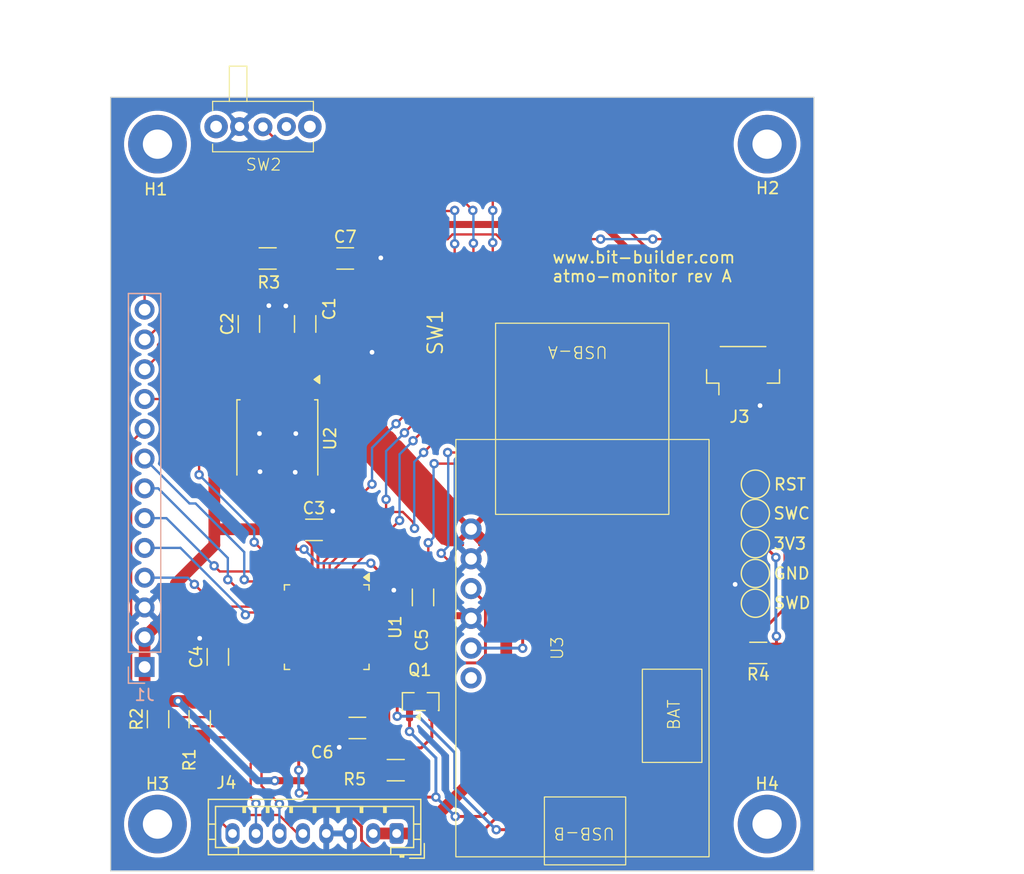
<source format=kicad_pcb>
(kicad_pcb (version 20241229) (generator "pcbnew") (generator_version "9.0")
  (title_block (title "py32_dev") (rev "B") (company "bit-builder.com"))
  (layers (0 "F.Cu" signal) (2 "B.Cu" signal) (13 "F.Paste" user) (15 "B.Paste" user) (5 "F.SilkS" user "F.Silkscreen") (7 "B.SilkS" user "B.Silkscreen") (1 "F.Mask" user) (3 "B.Mask" user) (25 "Edge.Cuts" user))
  (net 0 "")
  (net 1 "+3.3V")
  (net 2 "SDCS")
  (net 3 "MOSI")
  (net 4 "BUSY")
  (net 5 "ENA")
  (net 6 "MISO")
  (net 7 "D{slash}C")
  (net 8 "+5V")
  (net 9 "RST")
  (net 10 "SCK")
  (net 11 "ECS")
  (net 12 "SRCS")
  (net 13 "SDA")
  (net 14 "SCL")
  (net 15 "+BATT")
  (net 16 "LBO")
  (net 17 "ENABLE")
  (net 27 "SWCLK")
  (net 28 "SWDIO")
  (net 30 "NRST")
  (net 31 "GND")
  (net 33 "PM-SET")
  (net 34 "PM-RESET")
  (net 35 "PM-RX")
  (net 36 "PM-TX")
  (net 44 "MCU-LBO")
  (footprint "Resistor_SMD:R_1206_3216Metric_Pad1.30x1.75mm_HandSolder" (layer "F.Cu") (at 152.25 134.4 180)
    (property "Reference" "R4")
    (property "Value" "10K")
  )
  (footprint "Connector_JST:JST_SH_BM04B-SRSS-TB_1x04-1MP_P1.00mm_Vertical" (layer "F.Cu") (at 150.95 110.275)
    (property "Reference" "J3")
    (property "Value" "Qwiic")
  )
  (footprint "Package_TO_SOT_SMD:SOT-23" (layer "F.Cu") (at 123.45 138.55 90)
    (property "Reference" "Q1")
    (property "Value" "IRLML0100TRPbF")
  )
  (footprint "Resistor_SMD:R_1206_3216Metric_Pad1.30x1.75mm_HandSolder" (layer "F.Cu") (at 121.325 144.4)
    (property "Reference" "R5")
    (property "Value" "10K")
  )
  (footprint "Capacitor_SMD:C_1206_3216Metric_Pad1.33x1.80mm_HandSolder" (layer "F.Cu") (at 118.05 140.8 180)
    (property "Reference" "C6")
    (property "Value" "1uF")
  )
  (footprint "Capacitor_SMD:C_1206_3216Metric_Pad1.33x1.80mm_HandSolder" (layer "F.Cu") (at 123.65 129.6625 -90)
    (property "Reference" "C5")
    (property "Value" "1uF")
  )
  (footprint "Capacitor_SMD:C_1206_3216Metric_Pad1.33x1.80mm_HandSolder" (layer "F.Cu") (at 114.35 123.9)
    (property "Reference" "C3")
    (property "Value" "1uF")
  )
  (footprint "MountingHole:MountingHole_2.5mm_Pad" (layer "F.Cu") (at 153 149)
    (property "Reference" "H4")
    (property "Value" "MountingHole")
  )
  (footprint "TestPoint:TestPoint_Pad_D2.0mm" (layer "F.Cu") (at 152 130.16)
    (property "Reference" "TP3" (hide yes))
    (property "Value" "SWD")
  )
  (footprint "custom_footprint:OnShine KPT-1187B" (layer "F.Cu") (at 121.239836 107.069908 90)
    (property "Reference" "SW1")
    (property "Value" "Reset")
  )
  (footprint "Resistor_SMD:R_1206_3216Metric_Pad1.30x1.75mm_HandSolder" (layer "F.Cu") (at 110.4 100.75)
    (property "Reference" "R3")
    (property "Value" "10K")
  )
  (footprint "TestPoint:TestPoint_Pad_D2.0mm" (layer "F.Cu") (at 152 127.62)
    (property "Reference" "TP2" (hide yes))
    (property "Value" "GND")
  )
  (footprint "Capacitor_SMD:C_1206_3216Metric_Pad1.33x1.80mm_HandSolder" (layer "F.Cu") (at 113.5975 106.3375 90)
    (property "Reference" "C1")
    (property "Value" "2.2uF")
  )
  (footprint "custom_footprint:Adafruit Powerboost 500+" (layer "F.Cu") (at 148.05 151.79 90)
    (property "Reference" "U3")
    (property "Value" "Power")
  )
  (footprint "TestPoint:TestPoint_Pad_D2.0mm" (layer "F.Cu") (at 152 120)
    (property "Reference" "TP5" (hide yes))
    (property "Value" "RST")
  )
  (footprint "Resistor_SMD:R_1206_3216Metric_Pad1.30x1.75mm_HandSolder" (layer "F.Cu") (at 101.05 140.05 90)
    (property "Reference" "R2")
    (property "Value" "10K")
  )
  (footprint "MountingHole:MountingHole_2.5mm_Pad" (layer "F.Cu") (at 101 91)
    (property "Reference" "H1")
    (property "Value" "MountingHole")
  )
  (footprint "Capacitor_SMD:C_1206_3216Metric_Pad1.33x1.80mm_HandSolder" (layer "F.Cu") (at 117.0125 100.75)
    (property "Reference" "C7")
    (property "Value" "1uF")
  )
  (footprint "custom_footprint:TE-1825232-1" (layer "F.Cu") (at 110 89.5 180)
    (property "Reference" "SW2")
    (property "Value" "1825232-1")
  )
  (footprint "Package_QFP:LQFP-48_7x7mm_P0.5mm" (layer "F.Cu") (at 115.4375 132.2 -90)
    (property "Reference" "U1")
    (property "Value" "STM32F103CBT6")
  )
  (footprint "MountingHole:MountingHole_2.5mm_Pad" (layer "F.Cu") (at 153 91)
    (property "Reference" "H2")
    (property "Value" "MountingHole")
  )
  (footprint "Connector_JST:JST_PH_B8B-PH-K_1x08_P2.00mm_Vertical" (layer "F.Cu") (at 121.4 149.8 180)
    (property "Reference" "J4")
    (property "Value" "PM Sensor")
  )
  (footprint "Package_TO_SOT_SMD:TO-252-2" (layer "F.Cu") (at 111.225 116.115 -90)
    (property "Reference" "U2")
    (property "Value" "LP2950-3.3_TO252")
  )
  (footprint "Capacitor_SMD:C_1206_3216Metric_Pad1.33x1.80mm_HandSolder" (layer "F.Cu") (at 106.15 134.7375 90)
    (property "Reference" "C4")
    (property "Value" "1uF")
  )
  (footprint "MountingHole:MountingHole_2.5mm_Pad" (layer "F.Cu") (at 101 149)
    (property "Reference" "H3")
    (property "Value" "MountingHole")
  )
  (footprint "TestPoint:TestPoint_Pad_D2.0mm" (layer "F.Cu") (at 152 125.08)
    (property "Reference" "TP1" (hide yes))
    (property "Value" "3V3")
  )
  (footprint "Capacitor_SMD:C_1206_3216Metric_Pad1.33x1.80mm_HandSolder" (layer "F.Cu") (at 108.7975 106.3375 90)
    (property "Reference" "C2")
    (property "Value" "1uF")
  )
  (footprint "Resistor_SMD:R_1206_3216Metric_Pad1.30x1.75mm_HandSolder" (layer "F.Cu") (at 104.6 140.05 90)
    (property "Reference" "R1")
    (property "Value" "10K")
  )
  (footprint "TestPoint:TestPoint_Pad_D2.0mm" (layer "F.Cu") (at 152 122.5)
    (property "Reference" "TP4" (hide yes))
    (property "Value" "SWC")
  )
  (footprint "Connector_PinHeader_2.54mm:PinHeader_1x13_P2.54mm_Vertical" (layer "B.Cu") (at 99.9 135.6)
    (property "Reference" "J1")
    (property "Value" "E-Ink")
  )
  (gr_rect (start 97 87) (end 157 153) (stroke (width 0.1)) (fill no) (layer "Edge.Cuts"))
  (gr_text "www.bit-builder.com\natmo-monitor rev A" (at 134.6 102.85 0) (layer "F.SilkS") (effects (font (size 1 1)) (justify left bottom)))
  (segment (start 111 145.3) (end 115.1125 145.3) (width 0.6) (layer "F.Cu") (net 1))
  (segment (start 99.9 133.06) (end 102.575 130.385) (width 1) (layer "F.Cu") (net 1))
  (segment (start 151.45 111.6) (end 151.45 110.305998) (width 0.6) (layer "F.Cu") (net 1))
  (segment (start 109.25 134.95) (end 111.275 134.95) (width 0.25) (layer "F.Cu") (net 1))
  (segment (start 102.8 138.5) (end 103.95 138.5) (width 0.25) (layer "F.Cu") (net 1))
  (segment (start 99.9 133.06) (end 99.9 137.35) (width 1) (layer "F.Cu") (net 1))
  (segment (start 124.75 146.7) (end 122.075 146.7) (width 0.25) (layer "F.Cu") (net 1))
  (segment (start 105.85 125.2) (end 102.575 128.475) (width 1) (layer "F.Cu") (net 1))
  (segment (start 108.7975 110.9275) (end 108.945 111.075) (width 1) (layer "F.Cu") (net 1))
  (segment (start 107.3965 106.499) (end 108.7975 107.9) (width 0.6) (layer "F.Cu") (net 1))
  (segment (start 119.196813 126.746813) (end 120.5 128.05) (width 0.25) (layer "F.Cu") (net 1))
  (segment (start 119.6125 140.8) (end 119.6125 144.2375) (width 0.6) (layer "F.Cu") (net 1))
  (segment (start 102.575 130.385) (end 102.575 128.475) (width 1) (layer "F.Cu") (net 1))
  (segment (start 126.4 148.35) (end 128.73 148.35) (width 0.25) (layer "F.Cu") (net 1))
  (segment (start 107.9 136.3) (end 109.25 134.95) (width 0.25) (layer "F.Cu") (net 1))
  (segment (start 113.5 125.555025) (end 112.844975 125.555025) (width 0.25) (layer "F.Cu") (net 1))
  (segment (start 104.6 137.85) (end 106.15 136.3) (width 1) (layer "F.Cu") (net 1))
  (segment (start 120.5 128.05) (end 123.6 128.05) (width 0.25) (layer "F.Cu") (net 1))
  (segment (start 119.6125 137.7875) (end 118.1875 136.3625) (width 0.25) (layer "F.Cu") (net 1))
  (segment (start 115.1125 145.3) (end 119.6125 140.8) (width 0.6) (layer "F.Cu") (net 1))
  (segment (start 105.85 123.8) (end 105.85 125.2) (width 1) (layer "F.Cu") (net 1))
  (segment (start 153.8 132.975) (end 153.8 134.4) (width 0.25) (layer "F.Cu") (net 1))
  (segment (start 102.75 138.5) (end 104.6 138.5) (width 1) (layer "F.Cu") (net 1))
  (segment (start 112.844975 125.555025) (end 112.7875 125.49755) (width 0.25) (layer "F.Cu") (net 1))
  (segment (start 112.7875 123.9) (end 114.1875 125.3) (width 0.25) (layer "F.Cu") (net 1))
  (segment (start 101.05 138.5) (end 102.75 138.5) (width 1) (layer "F.Cu") (net 1))
  (segment (start 122.075 146.7) (end 119.775 144.4) (width 0.25) (layer "F.Cu") (net 1))
  (segment (start 105.9 123.85) (end 105.85 123.8) (width 1) (layer "F.Cu") (net 1))
  (segment (start 112.7875 125.49755) (end 112.7875 123.9) (width 0.25) (layer "F.Cu") (net 1))
  (segment (start 151.45 110.305998) (end 138.994002 97.85) (width 0.6) (layer "F.Cu") (net 1))
  (segment (start 108.85 100.75) (end 107.3965 102.2035) (width 0.6) (layer "F.Cu") (net 1))
  (segment (start 120.95 128.1) (end 119.6 129.45) (width 0.25) (layer "F.Cu") (net 1))
  (segment (start 103.95 138.5) (end 106.15 136.3) (width 0.25) (layer "F.Cu") (net 1))
  (segment (start 107.3965 102.2035) (end 107.3965 106.499) (width 0.6) (layer "F.Cu") (net 1))
  (segment (start 128.73 148.35) (end 152 125.08) (width 0.25) (layer "F.Cu") (net 1))
  (segment (start 138.994002 97.85) (end 111.75 97.85) (width 0.6) (layer "F.Cu") (net 1))
  (segment (start 108.945 111.075) (end 105.85 114.17) (width 1) (layer "F.Cu") (net 1))
  (segment (start 108.7975 107.9) (end 108.7975 110.9275) (width 1) (layer "F.Cu") (net 1))
  (segment (start 111.75 97.85) (end 108.85 100.75) (width 0.6) (layer "F.Cu") (net 1))
  (segment (start 119.6125 140.8) (end 119.6125 137.7875) (width 0.25) (layer "F.Cu") (net 1))
  (segment (start 99.9 137.35) (end 101.05 138.5) (width 1) (layer "F.Cu") (net 1))
  (segment (start 153.75 126.25) (end 152.58 125.08) (width 0.25) (layer "F.Cu") (net 1))
  (segment (start 112.7375 123.85) (end 105.9 123.85) (width 1) (layer "F.Cu") (net 1))
  (segment (start 122.5 139.4875) (end 122.5 141.1) (width 0.25) (layer "F.Cu") (net 1))
  (segment (start 104.6 138.5) (end 104.6 137.85) (width 1) (layer "F.Cu") (net 1))
  (segment (start 114.1875 125.3) (end 114.1875 128.0375) (width 0.25) (layer "F.Cu") (net 1))
  (segment (start 105.85 114.17) (end 105.85 123.8) (width 1) (layer "F.Cu") (net 1))
  (segment (start 120.4875 128.0375) (end 118.1875 128.0375) (width 0.25) (layer "F.Cu") (net 1))
  (segment (start 119.6125 144.2375) (end 119.775 144.4) (width 0.6) (layer "F.Cu") (net 1))
  (segment (start 106.15 136.3) (end 107.9 136.3) (width 0.25) (layer "F.Cu") (net 1))
  (via (at 102.75 138.5) (size 0.8) (drill 0.4) (layers "F.Cu" "B.Cu") (net 1))
  (via (at 113.5 125.555025) (size 0.8) (drill 0.4) (layers "F.Cu" "B.Cu") (net 1))
  (via (at 111 145.3) (size 0.8) (drill 0.4) (layers "F.Cu" "B.Cu") (net 1))
  (via (at 153.75 126.25) (size 0.8) (drill 0.4) (layers "F.Cu" "B.Cu") (net 1))
  (via (at 126.4 148.35) (size 0.8) (drill 0.4) (layers "F.Cu" "B.Cu") (net 1))
  (via (at 124.75 146.7) (size 0.8) (drill 0.4) (layers "F.Cu" "B.Cu") (net 1))
  (via (at 122.5 141.1) (size 0.8) (drill 0.4) (layers "F.Cu" "B.Cu") (net 1))
  (via (at 119.196813 126.746813) (size 0.8) (drill 0.4) (layers "F.Cu" "B.Cu") (net 1))
  (via (at 153.8 132.975) (size 0.8) (drill 0.4) (layers "F.Cu" "B.Cu") (net 1))
  (segment (start 122.5 141.1) (end 124.75 143.35) (width 0.25) (layer "B.Cu") (net 1))
  (segment (start 124.75 146.7) (end 126.4 148.35) (width 0.25) (layer "B.Cu") (net 1))
  (segment (start 109.55 145.3) (end 111 145.3) (width 0.6) (layer "B.Cu") (net 1))
  (segment (start 113.5 125.555025) (end 114.691788 126.746813) (width 0.2) (layer "B.Cu") (net 1))
  (segment (start 114.691788 126.746813) (end 119.196813 126.746813) (width 0.2) (layer "B.Cu") (net 1))
  (segment (start 153.75 126.25) (end 153.75 132.925) (width 0.25) (layer "B.Cu") (net 1))
  (segment (start 124.75 143.35) (end 124.75 146.7) (width 0.25) (layer "B.Cu") (net 1))
  (segment (start 102.75 138.5) (end 109.55 145.3) (width 0.6) (layer "B.Cu") (net 1))
  (segment (start 153.75 132.925) (end 153.8 132.975) (width 0.25) (layer "B.Cu") (net 1))
  (segment (start 109.25 124.95) (end 110.85 126.55) (width 0.2) (layer "F.Cu") (net 2))
  (segment (start 104.55 114.8) (end 104.55 119.2) (width 0.2) (layer "F.Cu") (net 2))
  (segment (start 110.85 126.55) (end 112.725 126.55) (width 0.2) (layer "F.Cu") (net 2))
  (segment (start 112.725 126.55) (end 113.1875 127.0125) (width 0.2) (layer "F.Cu") (net 2))
  (segment (start 102.49 112.74) (end 104.55 114.8) (width 0.2) (layer "F.Cu") (net 2))
  (segment (start 99.9 112.74) (end 102.49 112.74) (width 0.2) (layer "F.Cu") (net 2))
  (segment (start 113.1875 127.0125) (end 113.1875 128.0375) (width 0.2) (layer "F.Cu") (net 2))
  (via (at 104.55 119.2) (size 0.8) (drill 0.4) (layers "F.Cu" "B.Cu") (net 2))
  (via (at 109.25 124.95) (size 0.8) (drill 0.4) (layers "F.Cu" "B.Cu") (net 2))
  (segment (start 109.25 124.95) (end 109.25 123.9) (width 0.2) (layer "B.Cu") (net 2))
  (segment (start 109.25 123.9) (end 104.55 119.2) (width 0.2) (layer "B.Cu") (net 2))
  (segment (start 112.65 129.553676) (end 112.65 131.3) (width 0.2) (layer "F.Cu") (net 3))
  (segment (start 105.83 126.97) (end 106.31 127.45) (width 0.2) (layer "F.Cu") (net 3))
  (segment (start 110.546324 127.45) (end 112.65 129.553676) (width 0.2) (layer "F.Cu") (net 3))
  (segment (start 106.31 127.45) (end 110.546324 127.45) (width 0.2) (layer "F.Cu") (net 3))
  (segment (start 112.5 131.45) (end 111.275 131.45) (width 0.2) (layer "F.Cu") (net 3))
  (segment (start 112.65 131.3) (end 112.5 131.45) (width 0.2) (layer "F.Cu") (net 3))
  (via (at 105.83 126.97) (size 0.8) (drill 0.4) (layers "F.Cu" "B.Cu") (net 3))
  (segment (start 101.76 122.9) (end 105.83 126.97) (width 0.2) (layer "B.Cu") (net 3))
  (segment (start 99.9 122.9) (end 101.76 122.9) (width 0.2) (layer "B.Cu") (net 3))
  (segment (start 127.9 96.65) (end 126.9 95.65) (width 0.2) (layer "F.Cu") (net 4))
  (segment (start 117.6875 127.0625) (end 121.65 123.1) (width 0.2) (layer "F.Cu") (net 4))
  (segment (start 127.95 99.45) (end 127.95 111.15) (width 0.2) (layer "F.Cu") (net 4))
  (segment (start 126.9 95.65) (end 109.7 95.65) (width 0.2) (layer "F.Cu") (net 4))
  (segment (start 104.6 100.75) (end 104.6 103.05) (width 0.2) (layer "F.Cu") (net 4))
  (segment (start 127.95 111.15) (end 122.8 116.3) (width 0.2) (layer "F.Cu") (net 4))
  (segment (start 104.6 103.05) (end 99.99 107.66) (width 0.2) (layer "F.Cu") (net 4))
  (segment (start 117.6875 128.0375) (end 117.6875 127.0625) (width 0.2) (layer "F.Cu") (net 4))
  (segment (start 109.7 95.65) (end 104.6 100.75) (width 0.2) (layer "F.Cu") (net 4))
  (via (at 127.9 96.65) (size 0.8) (drill 0.4) (layers "F.Cu" "B.Cu") (net 4))
  (via (at 121.65 123.1) (size 0.8) (drill 0.4) (layers "F.Cu" "B.Cu") (net 4))
  (via (at 122.8 116.3) (size 0.8) (drill 0.4) (layers "F.Cu" "B.Cu") (net 4))
  (via (at 127.95 99.45) (size 0.8) (drill 0.4) (layers "F.Cu" "B.Cu") (net 4))
  (segment (start 121.65 117.45) (end 122.8 116.3) (width 0.2) (layer "B.Cu") (net 4))
  (segment (start 127.95 99.45) (end 127.95 96.7) (width 0.2) (layer "B.Cu") (net 4))
  (segment (start 127.95 96.7) (end 127.9 96.65) (width 0.2) (layer "B.Cu") (net 4))
  (segment (start 121.65 123.1) (end 121.65 117.45) (width 0.2) (layer "B.Cu") (net 4))
  (segment (start 129.6 96.65) (end 129.6 95.15) (width 0.2) (layer "F.Cu") (net 5))
  (segment (start 129.6 95.15) (end 128.95 94.5) (width 0.2) (layer "F.Cu") (net 5))
  (segment (start 122.825 123.675) (end 122.825 123.275) (width 0.2) (layer "F.Cu") (net 5))
  (segment (start 128.95 94.5) (end 108.7 94.5) (width 0.2) (layer "F.Cu") (net 5))
  (segment (start 122.825 123.275) (end 121.925 122.375) (width 0.2) (layer "F.Cu") (net 5))
  (segment (start 121.925 122.375) (end 120.980676 122.375) (width 0.2) (layer "F.Cu") (net 5))
  (segment (start 108.65 94.5) (end 99.9 103.25) (width 0.2) (layer "F.Cu") (net 5))
  (segment (start 120.980676 122.375) (end 116.1875 127.168176) (width 0.2) (layer "F.Cu") (net 5))
  (segment (start 122.925 123.775) (end 122.825 123.675) (width 0.2) (layer "F.Cu") (net 5))
  (segment (start 129.6 111.4) (end 123.7 117.3) (width 0.2) (layer "F.Cu") (net 5))
  (segment (start 108.66 94.5) (end 108.7 94.5) (width 0.2) (layer "F.Cu") (net 5))
  (segment (start 116.1875 127.168176) (end 116.1875 128.0375) (width 0.2) (layer "F.Cu") (net 5))
  (segment (start 129.6 99.4) (end 129.6 111.4) (width 0.2) (layer "F.Cu") (net 5))
  (segment (start 99.9 103.25) (end 99.9 105.12) (width 0.2) (layer "F.Cu") (net 5))
  (segment (start 108.7 94.5) (end 108.65 94.5) (width 0.2) (layer "F.Cu") (net 5))
  (via (at 129.6 96.65) (size 0.8) (drill 0.4) (layers "F.Cu" "B.Cu") (net 5))
  (via (at 129.6 99.4) (size 0.8) (drill 0.4) (layers "F.Cu" "B.Cu") (net 5))
  (via (at 122.925 123.775) (size 0.8) (drill 0.4) (layers "F.Cu" "B.Cu") (net 5))
  (via (at 123.7 117.3) (size 0.8) (drill 0.4) (layers "F.Cu" "B.Cu") (net 5))
  (segment (start 122.9 118.1) (end 123.7 117.3) (width 0.2) (layer "B.Cu") (net 5))
  (segment (start 129.6 96.65) (end 129.6 99.4) (width 0.2) (layer "B.Cu") (net 5))
  (segment (start 122.925 123.775) (end 122.9 123.75) (width 0.2) (layer "B.Cu") (net 5))
  (segment (start 122.9 123.75) (end 122.9 118.1) (width 0.2) (layer "B.Cu") (net 5))
  (segment (start 108.7 130.95) (end 111.275 130.95) (width 0.2) (layer "F.Cu") (net 6))
  (segment (start 108.5 131.15) (end 108.7 130.95) (width 0.2) (layer "F.Cu") (net 6))
  (via (at 108.5 131.15) (size 0.8) (drill 0.4) (layers "F.Cu" "B.Cu") (net 6))
  (segment (start 102.96 125.44) (end 102.96104 125.43896) (width 0.2) (layer "B.Cu") (net 6))
  (segment (start 102.96104 125.43896) (end 108.5 130.977919) (width 0.2) (layer "B.Cu") (net 6))
  (segment (start 108.5 130.977919) (end 108.5 131.15) (width 0.2) (layer "B.Cu") (net 6))
  (segment (start 99.9 125.44) (end 102.96 125.44) (width 0.2) (layer "B.Cu") (net 6))
  (segment (start 108.55 128.3) (end 110.125 128.3) (width 0.2) (layer "F.Cu") (net 7))
  (segment (start 110.125 128.3) (end 111.275 129.45) (width 0.2) (layer "F.Cu") (net 7))
  (segment (start 108.4 128.15) (end 108.55 128.3) (width 0.2) (layer "F.Cu") (net 7))
  (via (at 108.4 128.15) (size 0.8) (drill 0.4) (layers "F.Cu" "B.Cu") (net 7))
  (segment (start 108.4 125.8) (end 108.4 128.15) (width 0.2) (layer "B.Cu") (net 7))
  (segment (start 104.25 121.65) (end 108.4 125.8) (width 0.2) (layer "B.Cu") (net 7))
  (segment (start 99.9 117.82) (end 103.73 121.65) (width 0.2) (layer "B.Cu") (net 7))
  (segment (start 103.73 121.65) (end 104.25 121.65) (width 0.2) (layer "B.Cu") (net 7))
  (segment (start 121.4 149.8) (end 119.4 149.8) (width 1) (layer "F.Cu") (net 8))
  (segment (start 127.75 123.83) (end 130.75 126.83) (width 1) (layer "F.Cu") (net 8))
  (segment (start 123.3 149.8) (end 121.4 149.8) (width 1) (layer "F.Cu") (net 8))
  (segment (start 130.75 126.83) (end 130.75 142.35) (width 1) (layer "F.Cu") (net 8))
  (segment (start 130.75 142.35) (end 123.3 149.8) (width 1) (layer "F.Cu") (net 8))
  (segment (start 120.5 122.05) (end 115.6875 126.8625) (width 0.2) (layer "F.Cu") (net 9))
  (segment (start 106.5 102.65) (end 101.051 108.099) (width 0.2) (layer "F.Cu") (net 9))
  (segment (start 101.051 109.049) (end 99.9 110.2) (width 0.2) (layer "F.Cu") (net 9))
  (segment (start 106.5 101.28884) (end 106.5 102.65) (width 0.2) (layer "F.Cu") (net 9))
  (segment (start 115.6875 126.8625) (end 115.6875 128.0375) (width 0.2) (layer "F.Cu") (net 9))
  (segment (start 120.5 121.3) (end 120.5 122.05) (width 0.2) (layer "F.Cu") (net 9))
  (segment (start 126.35 96.7) (end 111.08884 96.7) (width 0.2) (layer "F.Cu") (net 9))
  (segment (start 126.35 99.5) (end 126.35 111.336752) (width 0.2) (layer "F.Cu") (net 9))
  (segment (start 111.08884 96.7) (end 106.5 101.28884) (width 0.2) (layer "F.Cu") (net 9))
  (segment (start 101.051 108.099) (end 101.051 109.049) (width 0.2) (layer "F.Cu") (net 9))
  (segment (start 126.35 111.336752) (end 122.067205 115.619547) (width 0.2) (layer "F.Cu") (net 9))
  (via (at 126.35 99.5) (size 0.8) (drill 0.4) (layers "F.Cu" "B.Cu") (net 9))
  (via (at 120.5 121.3) (size 0.8) (drill 0.4) (layers "F.Cu" "B.Cu") (net 9))
  (via (at 122.067205 115.619547) (size 0.8) (drill 0.4) (layers "F.Cu" "B.Cu") (net 9))
  (via (at 126.35 96.65) (size 0.8) (drill 0.4) (layers "F.Cu" "B.Cu") (net 9))
  (segment (start 122.067205 115.619547) (end 120.5 117.186752) (width 0.2) (layer "B.Cu") (net 9))
  (segment (start 126.35 96.7) (end 126.35 99.5) (width 0.2) (layer "B.Cu") (net 9))
  (segment (start 120.5 117.186752) (end 120.5 121.3) (width 0.2) (layer "B.Cu") (net 9))
  (segment (start 104.15 128.55) (end 106.05 130.45) (width 0.2) (layer "F.Cu") (net 10))
  (segment (start 106.05 130.45) (end 111.275 130.45) (width 0.2) (layer "F.Cu") (net 10))
  (via (at 104.15 128.55) (size 0.8) (drill 0.4) (layers "F.Cu" "B.Cu") (net 10))
  (segment (start 103.58 127.98) (end 104.15 128.55) (width 0.2) (layer "B.Cu") (net 10))
  (segment (start 99.9 127.98) (end 103.58 127.98) (width 0.2) (layer "B.Cu") (net 10))
  (segment (start 108.85 129.95) (end 111.275 129.95) (width 0.2) (layer "F.Cu") (net 11))
  (segment (start 107 128.15) (end 107.05 128.15) (width 0.2) (layer "F.Cu") (net 11))
  (segment (start 107.05 128.15) (end 108.85 129.95) (width 0.2) (layer "F.Cu") (net 11))
  (via (at 107 128.15) (size 0.8) (drill 0.4) (layers "F.Cu" "B.Cu") (net 11))
  (segment (start 101.06 120.36) (end 99.9 120.36) (width 0.2) (layer "B.Cu") (net 11))
  (segment (start 107 128.15) (end 107 126.3) (width 0.2) (layer "B.Cu") (net 11))
  (segment (start 107 126.3) (end 101.06 120.36) (width 0.2) (layer "B.Cu") (net 11))
  (segment (start 113.3 129.636576) (end 112.6875 129.024076) (width 0.2) (layer "F.Cu") (net 12))
  (segment (start 100.61384 139.875) (end 107.621324 139.875) (width 0.2) (layer "F.Cu") (net 12))
  (segment (start 107.621324 139.875) (end 113.3 134.196324) (width 0.2) (layer "F.Cu") (net 12))
  (segment (start 99.9 115.28) (end 98.749 116.431) (width 0.2) (layer "F.Cu") (net 12))
  (segment (start 98.749 116.431) (end 98.749 138.01016) (width 0.2) (layer "F.Cu") (net 12))
  (segment (start 112.6875 129.024076) (end 112.6875 128.0375) (width 0.2) (layer "F.Cu") (net 12))
  (segment (start 98.749 138.01016) (end 100.61384 139.875) (width 0.2) (layer "F.Cu") (net 12))
  (segment (start 113.3 134.196324) (end 113.3 129.636576) (width 0.2) (layer "F.Cu") (net 12))
  (segment (start 124.5 129.3) (end 121.89666 129.3) (width 0.2) (layer "F.Cu") (net 13))
  (segment (start 124.1 125) (end 124.1 126.625) (width 0.2) (layer "F.Cu") (net 13))
  (segment (start 125.05 127.575) (end 125.05 128.75) (width 0.2) (layer "F.Cu") (net 13))
  (segment (start 150.45 112.45) (end 150.45 111.6) (width 0.2) (layer "F.Cu") (net 13))
  (segment (start 124.6 118.25) (end 144.65 118.25) (width 0.2) (layer "F.Cu") (net 13))
  (segment (start 144.65 118.25) (end 150.45 112.45) (width 0.2) (layer "F.Cu") (net 13))
  (segment (start 121.89666 129.3) (end 120.74666 130.45) (width 0.2) (layer "F.Cu") (net 13))
  (segment (start 125.05 128.75) (end 124.5 129.3) (width 0.2) (layer "F.Cu") (net 13))
  (segment (start 124.1 126.625) (end 125.05 127.575) (width 0.2) (layer "F.Cu") (net 13))
  (segment (start 120.74666 130.45) (end 119.6 130.45) (width 0.2) (layer "F.Cu") (net 13))
  (via (at 124.6 118.25) (size 0.8) (drill 0.4) (layers "F.Cu" "B.Cu") (net 13))
  (via (at 124.1 125) (size 0.8) (drill 0.4) (layers "F.Cu" "B.Cu") (net 13))
  (segment (start 124.55 118.3) (end 124.55 124.55) (width 0.2) (layer "B.Cu") (net 13))
  (segment (start 124.6 118.25) (end 124.55 118.3) (width 0.2) (layer "B.Cu") (net 13))
  (segment (start 124.55 124.55) (end 124.1 125) (width 0.2) (layer "B.Cu") (net 13))
  (segment (start 121.45 130.95) (end 122.35 130.05) (width 0.2) (layer "F.Cu") (net 14))
  (segment (start 122.35 130.05) (end 124.45 130.05) (width 0.2) (layer "F.Cu") (net 14))
  (segment (start 119.6 130.95) (end 121.45 130.95) (width 0.2) (layer "F.Cu") (net 14))
  (segment (start 143.75 117.3) (end 149.45 111.6) (width 0.2) (layer "F.Cu") (net 14))
  (segment (start 125.75 128.75) (end 125.75 126.45) (width 0.2) (layer "F.Cu") (net 14))
  (segment (start 125.75 117.3) (end 143.75 117.3) (width 0.2) (layer "F.Cu") (net 14))
  (segment (start 125.75 126.45) (end 125.2 125.9) (width 0.2) (layer "F.Cu") (net 14))
  (segment (start 124.45 130.05) (end 125.75 128.75) (width 0.2) (layer "F.Cu") (net 14))
  (via (at 125.2 125.9) (size 0.8) (drill 0.4) (layers "F.Cu" "B.Cu") (net 14))
  (via (at 125.75 117.3) (size 0.8) (drill 0.4) (layers "F.Cu" "B.Cu") (net 14))
  (segment (start 125.75 117.3) (end 125.8 117.35) (width 0.2) (layer "B.Cu") (net 14))
  (segment (start 125.8 117.35) (end 125.8 125.3) (width 0.2) (layer "B.Cu") (net 14))
  (segment (start 125.8 125.3) (end 125.2 125.9) (width 0.2) (layer "B.Cu") (net 14))
  (segment (start 128.311826 135.25) (end 125.8125 135.25) (width 0.25) (layer "F.Cu") (net 16))
  (segment (start 128.976 134.585826) (end 128.311826 135.25) (width 0.25) (layer "F.Cu") (net 16))
  (segment (start 128.976 130.136) (end 128.976 134.585826) (width 0.25) (layer "F.Cu") (net 16))
  (segment (start 127.75 128.91) (end 128.976 130.136) (width 0.25) (layer "F.Cu") (net 16))
  (segment (start 125.8125 135.25) (end 123.45 137.6125) (width 0.25) (layer "F.Cu") (net 16))
  (segment (start 149.45 115.15) (end 152.25 115.15) (width 0.25) (layer "F.Cu") (net 17))
  (segment (start 132.15 132.45) (end 149.45 115.15) (width 0.25) (layer "F.Cu") (net 17))
  (segment (start 153.154486 110.301) (end 135.051743 92.198257) (width 0.25) (layer "F.Cu") (net 17))
  (segment (start 153.154486 114.245514) (end 153.154486 110.301) (width 0.25) (layer "F.Cu") (net 17))
  (segment (start 110 89.5254) (end 112.672857 92.198257) (width 0.2) (layer "F.Cu") (net 17))
  (segment (start 152.25 115.15) (end 153.154486 114.245514) (width 0.25) (layer "F.Cu") (net 17))
  (segment (start 112.672857 92.198257) (end 135.051743 92.198257) (width 0.2) (layer "F.Cu") (net 17))
  (segment (start 132.15 134) (end 132.15 132.45) (width 0.25) (layer "F.Cu") (net 17))
  (via (at 132.15 134) (size 0.8) (drill 0.4) (layers "F.Cu" "B.Cu") (net 17))
  (segment (start 127.75 133.99) (end 132.14 133.99) (width 0.25) (layer "B.Cu") (net 17))
  (segment (start 132.14 133.99) (end 132.15 134) (width 0.25) (layer "B.Cu") (net 17))
  (segment (start 154.525 124.375) (end 152.69 122.54) (width 0.25) (layer "F.Cu") (net 27))
  (segment (start 154.525 130.575) (end 154.525 124.375) (width 0.25) (layer "F.Cu") (net 27))
  (segment (start 129.900153 149.475153) (end 137.824847 149.475153) (width 0.25) (layer "F.Cu") (net 27))
  (segment (start 121.45 136.8) (end 121.45 139.8) (width 0.25) (layer "F.Cu") (net 27))
  (segment (start 150.7 136.6) (end 150.7 134.4) (width 0.25) (layer "F.Cu") (net 27))
  (segment (start 137.824847 149.475153) (end 150.7 136.6) (width 0.25) (layer "F.Cu") (net 27))
  (segment (start 119.6 134.95) (end 121.45 136.8) (width 0.25) (layer "F.Cu") (net 27))
  (segment (start 150.7 134.4) (end 154.525 130.575) (width 0.25) (layer "F.Cu") (net 27))
  (via (at 121.45 139.8) (size 0.8) (drill 0.4) (layers "F.Cu" "B.Cu") (net 27))
  (via (at 129.900153 149.475153) (size 0.8) (drill 0.4) (layers "F.Cu" "B.Cu") (net 27))
  (segment (start 126.35 142.9) (end 123.25 139.8) (width 0.25) (layer "B.Cu") (net 27))
  (segment (start 126.35 145.95) (end 126.35 142.9) (width 0.25) (layer "B.Cu") (net 27))
  (segment (start 129.875153 149.475153) (end 126.35 145.95) (width 0.25) (layer "B.Cu") (net 27))
  (segment (start 123.25 139.8) (end 121.45 139.8) (width 0.25) (layer "B.Cu") (net 27))
  (segment (start 129.900153 149.475153) (end 129.875153 149.475153) (width 0.25) (layer "B.Cu") (net 27))
  (segment (start 118.4 150.384562) (end 119.315438 151.3) (width 0.25) (layer "F.Cu") (net 28))
  (segment (start 127.05 151.3) (end 148.19 130.16) (width 0.25) (layer "F.Cu") (net 28))
  (segment (start 113.1 146.35) (end 115.534562 146.35) (width 0.25) (layer "F.Cu") (net 28))
  (segment (start 117.1875 137.725) (end 117.1875 136.3625) (width 0.25) (layer "F.Cu") (net 28))
  (segment (start 113.05 141.8625) (end 117.1875 137.725) (width 0.25) (layer "F.Cu") (net 28))
  (segment (start 119.315438 151.3) (end 127.05 151.3) (width 0.25) (layer "F.Cu") (net 28))
  (segment (start 118.4 149.215438) (end 118.4 150.384562) (width 0.25) (layer "F.Cu") (net 28))
  (segment (start 113.05 141.8625) (end 113.05 144.4) (width 0.25) (layer "F.Cu") (net 28))
  (segment (start 115.534562 146.35) (end 118.4 149.215438) (width 0.25) (layer "F.Cu") (net 28))
  (segment (start 152 130.16) (end 148.19 130.16) (width 0.25) (layer "F.Cu") (net 28))
  (via (at 113.1 146.35) (size 0.8) (drill 0.4) (layers "F.Cu" "B.Cu") (net 28))
  (via (at 113.05 144.4) (size 0.8) (drill 0.4) (layers "F.Cu" "B.Cu") (net 28))
  (segment (start 113.05 144.4) (end 113.05 146.3) (width 0.25) (layer "B.Cu") (net 28))
  (segment (start 113.05 146.3) (end 113.1 146.35) (width 0.25) (layer "B.Cu") (net 28))
  (segment (start 129.890364 98.699) (end 126.159636 98.699) (width 0.2) (layer "F.Cu") (net 30))
  (segment (start 125.758636 99.1) (end 117.1 99.1) (width 0.2) (layer "F.Cu") (net 30))
  (segment (start 115.45 102.949868) (end 115.45 100.75) (width 0.2) (layer "F.Cu") (net 30))
  (segment (start 155.301 108.83984) (end 155.301 116.7) (width 0.2) (layer "F.Cu") (net 30))
  (segment (start 119.3 120) (end 117.65 121.65) (width 0.2) (layer "F.Cu") (net 30))
  (segment (start 143.25 99.1) (end 145.56116 99.1) (width 0.2) (layer "F.Cu") (net 30))
  (segment (start 122.950018 113.249982) (end 122.950018 110.449886) (width 0.2) (layer "F.Cu") (net 30))
  (segment (start 117.65 124.15) (end 115.1875 126.6125) (width 0.2) (layer "F.Cu") (net 30))
  (segment (start 115.45 100.75) (end 111.95 100.75) (width 0.2) (layer "F.Cu") (net 30))
  (segment (start 122.950018 110.449886) (end 115.45 102.949868) (width 0.2) (layer "F.Cu") (net 30))
  (segment (start 152 120) (end 155.3 116.7) (width 0.2) (layer "F.Cu") (net 30))
  (segment (start 130.291364 99.1) (end 129.890364 98.699) (width 0.2) (layer "F.Cu") (net 30))
  (segment (start 117.1 99.1) (end 115.45 100.75) (width 0.2) (layer "F.Cu") (net 30))
  (segment (start 155.3 116.7) (end 155.301 116.7) (width 0.2) (layer "F.Cu") (net 30))
  (segment (start 121.35 114.85) (end 122.950018 113.249982) (width 0.2) (layer "F.Cu") (net 30))
  (segment (start 138.8 99.1) (end 130.291364 99.1) (width 0.2) (layer "F.Cu") (net 30))
  (segment (start 145.56116 99.1) (end 155.301 108.83984) (width 0.2) (layer "F.Cu") (net 30))
  (segment (start 117.65 121.65) (end 117.65 124.15) (width 0.2) (layer "F.Cu") (net 30))
  (segment (start 115.1875 126.6125) (end 115.1875 128.0375) (width 0.2) (layer "F.Cu") (net 30))
  (segment (start 126.159636 98.699) (end 125.758636 99.1) (width 0.2) (layer "F.Cu") (net 30))
  (via (at 121.35 114.85) (size 0.8) (drill 0.4) (layers "F.Cu" "B.Cu") (net 30))
  (via (at 143.25 99.1) (size 0.8) (drill 0.4) (layers "F.Cu" "B.Cu") (net 30))
  (via (at 119.3 120) (size 0.8) (drill 0.4) (layers "F.Cu" "B.Cu") (net 30))
  (via (at 138.8 99.1) (size 0.8) (drill 0.4) (layers "F.Cu" "B.Cu") (net 30))
  (segment (start 143.25 99.1) (end 138.8 99.1) (width 0.2) (layer "B.Cu") (net 30))
  (segment (start 119.3 116.9) (end 121.35 114.85) (width 0.2) (layer "B.Cu") (net 30))
  (segment (start 119.3 120) (end 119.3 116.9) (width 0.2) (layer "B.Cu") (net 30))
  (segment (start 121.15962 129.197058) (end 121.15962 129.04709) (width 0.25) (layer "F.Cu") (net 31))
  (segment (start 114.6875 128.0375) (end 114.6875 125.125) (width 0.25) (layer "F.Cu") (net 31))
  (segment (start 116.4875 142.4375) (end 116.5 142.45) (width 0.6) (layer "F.Cu") (net 31))
  (segment (start 123.65 131.225) (end 127.525 131.225) (width 0.6) (layer "F.Cu") (net 31))
  (segment (start 106.15 133.175) (end 104.625 133.175) (width 0.6) (layer "F.Cu") (net 31))
  (segment (start 120.406678 129.95) (end 121.15962 129.197058) (width 0.25) (layer "F.Cu") (net 31))
  (segment (start 111.275 134.45) (end 107.425 134.45) (width 0.25) (layer "F.Cu") (net 31))
  (segment (start 119.26016 110.449886) (end 119.26016 108.78984) (width 0.6) (layer "F.Cu") (net 31))
  (segment (start 110.525 104.8) (end 111.95 104.8) (width 0.6) (layer "F.Cu") (net 31))
  (segment (start 106.375 132.95) (end 111.275 132.95) (width 0.25) (layer "F.Cu") (net 31))
  (segment (start 107.425 134.45) (end 106.15 133.175) (width 0.25) (layer "F.Cu") (net 31))
  (segment (start 115.9125 123.9) (end 115.9125 122.3375) (width 0.6) (layer "F.Cu") (net 31))
  (segment (start 118.575 100.75) (end 120 100.75) (width 0.6) (layer "F.Cu") (net 31))
  (segment (start 110.5 104.775) (end 110.525 104.8) (width 0.6) (layer "F.Cu") (net 31))
  (segment (start 117.6875 139.6) (end 117.6875 136.3625) (width 0.25) (layer "F.Cu") (net 31))
  (segment (start 111.95 104.8) (end 113.5725 104.8) (width 0.6) (layer "F.Cu") (net 31))
  (segment (start 120 100.75) (end 120.05 100.7) (width 0.6) (layer "F.Cu") (net 31))
  (segment (start 104.625 133.175) (end 104.6 133.15) (width 0.6) (layer "F.Cu") (net 31))
  (segment (start 116.4875 140.8) (end 116.4875 142.4375) (width 0.6) (layer "F.Cu") (net 31))
  (segment (start 119.26016 108.78984) (end 119.3 108.75) (width 0.6) (layer "F.Cu") (net 31))
  (segment (start 114.6875 125.125) (end 115.9125 123.9) (width 0.25) (layer "F.Cu") (net 31))
  (segment (start 123.425 131.45) (end 119.6 131.45) (width 0.25) (layer "F.Cu") (net 31))
  (segment (start 119.6 129.95) (end 120.406678 129.95) (width 0.25) (layer "F.Cu") (net 31))
  (segment (start 152.45 111.6) (end 152.45 113.25) (width 0.6) (layer "F.Cu") (net 31))
  (segment (start 152.45 113.25) (end 152.4 113.3) (width 0.6) (layer "F.Cu") (net 31))
  (segment (start 151.205 127.62) (end 150.275 128.55) (width 0.25) (layer "F.Cu") (net 31))
  (segment (start 115.9125 122.3375) (end 115.95 122.3) (width 0.6) (layer "F.Cu") (net 31))
  (segment (start 110.5 104.775) (end 108.7975 104.775) (width 0.6) (layer "F.Cu") (net 31))
  (segment (start 116.4875 140.8) (end 117.6875 139.6) (width 0.25) (layer "F.Cu") (net 31))
  (via (at 112.7475 118.9875) (size 0.8) (drill 0.4) (layers "F.Cu" "B.Cu") (net 31))
  (via (at 152.4 113.3) (size 0.8) (drill 0.4) (layers "F.Cu" "B.Cu") (net 31))
  (via (at 109.6975 115.6875) (size 0.8) (drill 0.4) (layers "F.Cu" "B.Cu") (net 31))
  (via (at 120.05 100.7) (size 0.8) (drill 0.4) (layers "F.Cu" "B.Cu") (net 31))
  (via (at 119.3 108.75) (size 0.8) (drill 0.4) (layers "F.Cu" "B.Cu") (net 31))
  (via (at 110.5 104.775) (size 0.8) (drill 0.4) (layers "F.Cu" "B.Cu") (net 31))
  (via (at 109.7475 118.9375) (size 0.8) (drill 0.4) (layers "F.Cu" "B.Cu") (net 31))
  (via (at 111.95 104.8) (size 0.8) (drill 0.4) (layers "F.Cu" "B.Cu") (net 31))
  (via (at 115.95 122.3) (size 0.8) (drill 0.4) (layers "F.Cu" "B.Cu") (net 31))
  (via (at 112.7975 115.6875) (size 0.8) (drill 0.4) (layers "F.Cu" "B.Cu") (net 31))
  (via (at 150.275 128.55) (size 0.8) (drill 0.4) (layers "F.Cu" "B.Cu") (net 31))
  (via (at 116.5 142.45) (size 0.8) (drill 0.4) (layers "F.Cu" "B.Cu") (net 31))
  (via (at 121.15962 129.04709) (size 0.8) (drill 0.4) (layers "F.Cu" "B.Cu") (net 31))
  (via (at 104.6 133.15) (size 0.8) (drill 0.4) (layers "F.Cu" "B.Cu") (net 31))
  (segment (start 101.05 141.6) (end 102.001 140.649) (width 0.2) (layer "F.Cu") (net 33))
  (segment (start 102.001 140.649) (end 108.401 140.649) (width 0.2) (layer "F.Cu") (net 33))
  (segment (start 101.05 143.45) (end 107.4 149.8) (width 0.2) (layer "F.Cu") (net 33))
  (segment (start 108.401 140.649) (end 112.6875 136.3625) (width 0.2) (layer "F.Cu") (net 33))
  (segment (start 101.05 141.6) (end 101.05 143.45) (width 0.2) (layer "F.Cu") (net 33))
  (segment (start 104.6 144.85) (end 107.975 148.225) (width 0.2) (layer "F.Cu") (net 34))
  (segment (start 108.721324 141.6) (end 113.1875 137.133824) (width 0.2) (layer "F.Cu") (net 34))
  (segment (start 113.1875 137.133824) (end 113.1875 136.3625) (width 0.2) (layer "F.Cu") (net 34))
  (segment (start 104.6 141.6) (end 104.6 144.85) (width 0.2) (layer "F.Cu") (net 34))
  (segment (start 107.975 148.225) (end 111.374206 148.225) (width 0.2) (layer "F.Cu") (net 34))
  (segment (start 111.374206 148.225) (end 112.949206 149.8) (width 0.2) (layer "F.Cu") (net 34))
  (segment (start 104.6 141.6) (end 108.721324 141.6) (width 0.2) (layer "F.Cu") (net 34))
  (segment (start 108.95 143.85) (end 115.1875 137.6125) (width 0.2) (layer "F.Cu") (net 35))
  (segment (start 115.1875 137.6125) (end 115.1875 136.3625) (width 0.2) (layer "F.Cu") (net 35))
  (segment (start 108.95 146.8) (end 108.95 143.85) (width 0.2) (layer "F.Cu") (net 35))
  (segment (start 109.4 147.25) (end 108.95 146.8) (width 0.2) (layer "F.Cu") (net 35))
  (via (at 109.4 147.25) (size 0.8) (drill 0.4) (layers "F.Cu" "B.Cu") (net 35))
  (segment (start 109.4 147.25) (end 109.4 149.8) (width 0.2) (layer "B.Cu") (net 35))
  (segment (start 111.40124 147.276965) (end 109.875 145.750725) (width 0.2) (layer "F.Cu") (net 36))
  (segment (start 109.875 145.750725) (end 109.875 143.975) (width 0.2) (layer "F.Cu") (net 36))
  (segment (start 115.6875 138.1625) (end 115.6875 136.3625) (width 0.2) (layer "F.Cu") (net 36))
  (segment (start 109.875 143.975) (end 115.6875 138.1625) (width 0.2) (layer "F.Cu") (net 36))
  (via (at 111.40124 147.276965) (size 0.8) (drill 0.4) (layers "F.Cu" "B.Cu") (net 36))
  (segment (start 111.40124 147.276965) (end 111.40124 148.14876) (width 0.2) (layer "B.Cu") (net 36))
  (segment (start 111.4 148.15) (end 111.4 149.8) (width 0.2) (layer "B.Cu") (net 36))
  (segment (start 111.40124 148.14876) (end 111.4 148.15) (width 0.2) (layer "B.Cu") (net 36))
  (segment (start 122.875 144.4) (end 122.875 142.6) (width 0.25) (layer "F.Cu") (net 44))
  (segment (start 113.6875 128.844178) (end 113.944322 129.101) (width 0.25) (layer "F.Cu") (net 44))
  (segment (start 120.725 137.475) (end 120.725 141.425) (width 0.25) (layer "F.Cu") (net 44))
  (segment (start 121.8 142.5) (end 122.975 142.5) (width 0.25) (layer "F.Cu") (net 44))
  (segment (start 113.944322 129.101) (end 113.944322 130.694322) (width 0.25) (layer "F.Cu") (net 44))
  (segment (start 113.944322 130.694322) (end 120.725 137.475) (width 0.25) (layer "F.Cu") (net 44))
  (segment (start 113.6875 128.0375) (end 113.6875 128.844178) (width 0.25) (layer "F.Cu") (net 44))
  (segment (start 122.975 142.5) (end 123.5 142.5) (width 0.25) (layer "F.Cu") (net 44))
  (segment (start 123.5 142.5) (end 124.4 141.6) (width 0.25) (layer "F.Cu") (net 44))
  (segment (start 122.875 142.6) (end 122.975 142.5) (width 0.25) (layer "F.Cu") (net 44))
  (segment (start 120.725 141.425) (end 121.8 142.5) (width 0.25) (layer "F.Cu") (net 44))
  (segment (start 124.4 141.6) (end 124.4 139.4875) (width 0.25) (layer "F.Cu") (net 44))
  (zone (net 8) (net_name "+5V") (layer "F.Cu") (priority 1) (connect_pads (clearance 0.35)) (min_thickness 0.25) (fill yes (thermal_gap 0.5) (thermal_bridge_width 0.5))
    (polygon (pts (xy 129.7 125.3) (xy 125.35 125.3) (xy 114.6 113.5) (xy 111.6 113.5) (xy 111.6 106.45) (xy 115.4 106.45) (xy 115.4 109.4) (xy 126.55 121.5) (xy 129.7 121.5)))
  )
  (zone (net 31) (net_name "GND") (layer "B.Cu") (connect_pads (clearance 0.35)) (min_thickness 0.25) (fill yes (thermal_gap 0.5) (thermal_bridge_width 0.5))
    (polygon (pts (xy 157.1 153) (xy 157.05 86.95) (xy 96.9 86.95) (xy 96.9 153.1)))
  )
)
</source>
